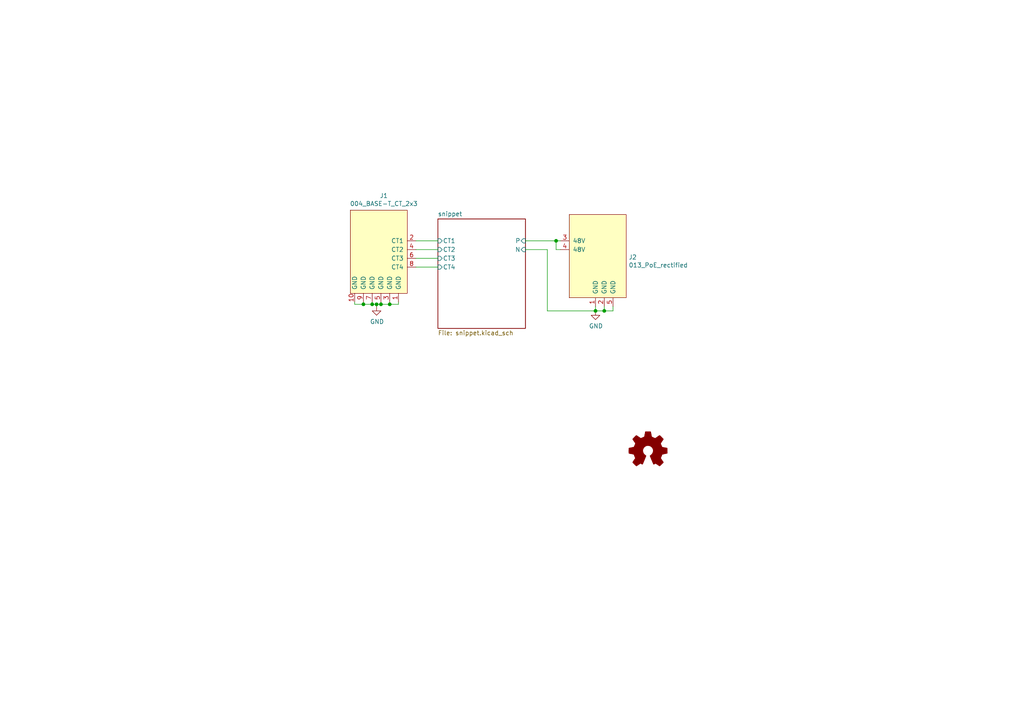
<source format=kicad_sch>
(kicad_sch (version 20211123) (generator eeschema)

  (uuid 9762c9ed-64d8-4f3e-baf6-f6ba6effc919)

  (paper "A4")

  (lib_symbols
    (symbol "Graphic:Logo_Open_Hardware_Small" (pin_names (offset 1.016)) (in_bom yes) (on_board yes)
      (property "Reference" "#LOGO" (id 0) (at 0 6.985 0)
        (effects (font (size 1.27 1.27)) hide)
      )
      (property "Value" "Logo_Open_Hardware_Small" (id 1) (at 0 -5.715 0)
        (effects (font (size 1.27 1.27)) hide)
      )
      (property "Footprint" "" (id 2) (at 0 0 0)
        (effects (font (size 1.27 1.27)) hide)
      )
      (property "Datasheet" "~" (id 3) (at 0 0 0)
        (effects (font (size 1.27 1.27)) hide)
      )
      (property "ki_keywords" "Logo" (id 4) (at 0 0 0)
        (effects (font (size 1.27 1.27)) hide)
      )
      (property "ki_description" "Open Hardware logo, small" (id 5) (at 0 0 0)
        (effects (font (size 1.27 1.27)) hide)
      )
      (symbol "Logo_Open_Hardware_Small_0_1"
        (polyline
          (pts
            (xy 3.3528 -4.3434)
            (xy 3.302 -4.318)
            (xy 3.175 -4.2418)
            (xy 2.9972 -4.1148)
            (xy 2.7686 -3.9624)
            (xy 2.54 -3.81)
            (xy 2.3622 -3.7084)
            (xy 2.2352 -3.6068)
            (xy 2.1844 -3.5814)
            (xy 2.159 -3.6068)
            (xy 2.0574 -3.6576)
            (xy 1.905 -3.7338)
            (xy 1.8034 -3.7846)
            (xy 1.6764 -3.8354)
            (xy 1.6002 -3.8354)
            (xy 1.6002 -3.8354)
            (xy 1.5494 -3.7338)
            (xy 1.4732 -3.5306)
            (xy 1.3462 -3.302)
            (xy 1.2446 -3.0226)
            (xy 1.1176 -2.7178)
            (xy 0.9652 -2.413)
            (xy 0.8636 -2.1082)
            (xy 0.7366 -1.8288)
            (xy 0.6604 -1.6256)
            (xy 0.6096 -1.4732)
            (xy 0.5842 -1.397)
            (xy 0.5842 -1.397)
            (xy 0.6604 -1.3208)
            (xy 0.7874 -1.2446)
            (xy 1.0414 -1.016)
            (xy 1.2954 -0.6858)
            (xy 1.4478 -0.3302)
            (xy 1.524 0.0762)
            (xy 1.4732 0.4572)
            (xy 1.3208 0.8128)
            (xy 1.0668 1.143)
            (xy 0.762 1.3716)
            (xy 0.4064 1.524)
            (xy 0 1.5748)
            (xy -0.381 1.5494)
            (xy -0.7366 1.397)
            (xy -1.0668 1.143)
            (xy -1.2192 0.9906)
            (xy -1.397 0.6604)
            (xy -1.524 0.3048)
            (xy -1.524 0.2286)
            (xy -1.4986 -0.1778)
            (xy -1.397 -0.5334)
            (xy -1.1938 -0.8636)
            (xy -0.9144 -1.143)
            (xy -0.8636 -1.1684)
            (xy -0.7366 -1.27)
            (xy -0.635 -1.3462)
            (xy -0.5842 -1.397)
            (xy -1.0668 -2.5908)
            (xy -1.143 -2.794)
            (xy -1.2954 -3.1242)
            (xy -1.397 -3.4036)
            (xy -1.4986 -3.6322)
            (xy -1.5748 -3.7846)
            (xy -1.6002 -3.8354)
            (xy -1.6002 -3.8354)
            (xy -1.651 -3.8354)
            (xy -1.7272 -3.81)
            (xy -1.905 -3.7338)
            (xy -2.0066 -3.683)
            (xy -2.1336 -3.6068)
            (xy -2.2098 -3.5814)
            (xy -2.2606 -3.6068)
            (xy -2.3622 -3.683)
            (xy -2.54 -3.81)
            (xy -2.7686 -3.9624)
            (xy -2.9718 -4.0894)
            (xy -3.1496 -4.2164)
            (xy -3.302 -4.318)
            (xy -3.3528 -4.3434)
            (xy -3.3782 -4.3434)
            (xy -3.429 -4.318)
            (xy -3.5306 -4.2164)
            (xy -3.7084 -4.064)
            (xy -3.937 -3.8354)
            (xy -3.9624 -3.81)
            (xy -4.1656 -3.6068)
            (xy -4.318 -3.4544)
            (xy -4.4196 -3.3274)
            (xy -4.445 -3.2766)
            (xy -4.445 -3.2766)
            (xy -4.4196 -3.2258)
            (xy -4.318 -3.0734)
            (xy -4.2164 -2.8956)
            (xy -4.064 -2.667)
            (xy -3.6576 -2.0828)
            (xy -3.8862 -1.5494)
            (xy -3.937 -1.3716)
            (xy -4.0386 -1.1684)
            (xy -4.0894 -1.0414)
            (xy -4.1148 -0.9652)
            (xy -4.191 -0.9398)
            (xy -4.318 -0.9144)
            (xy -4.5466 -0.8636)
            (xy -4.8006 -0.8128)
            (xy -5.0546 -0.7874)
            (xy -5.2578 -0.7366)
            (xy -5.4356 -0.7112)
            (xy -5.5118 -0.6858)
            (xy -5.5118 -0.6858)
            (xy -5.5372 -0.635)
            (xy -5.5372 -0.5588)
            (xy -5.5372 -0.4318)
            (xy -5.5626 -0.2286)
            (xy -5.5626 0.0762)
            (xy -5.5626 0.127)
            (xy -5.5372 0.4064)
            (xy -5.5372 0.635)
            (xy -5.5372 0.762)
            (xy -5.5372 0.8382)
            (xy -5.5372 0.8382)
            (xy -5.461 0.8382)
            (xy -5.3086 0.889)
            (xy -5.08 0.9144)
            (xy -4.826 0.9652)
            (xy -4.8006 0.9906)
            (xy -4.5466 1.0414)
            (xy -4.318 1.0668)
            (xy -4.1656 1.1176)
            (xy -4.0894 1.143)
            (xy -4.0894 1.143)
            (xy -4.0386 1.2446)
            (xy -3.9624 1.4224)
            (xy -3.8608 1.6256)
            (xy -3.7846 1.8288)
            (xy -3.7084 2.0066)
            (xy -3.6576 2.159)
            (xy -3.6322 2.2098)
            (xy -3.6322 2.2098)
            (xy -3.683 2.286)
            (xy -3.7592 2.413)
            (xy -3.8862 2.5908)
            (xy -4.064 2.8194)
            (xy -4.064 2.8448)
            (xy -4.2164 3.0734)
            (xy -4.3434 3.2512)
            (xy -4.4196 3.3782)
            (xy -4.445 3.4544)
            (xy -4.445 3.4544)
            (xy -4.3942 3.5052)
            (xy -4.2926 3.6322)
            (xy -4.1148 3.81)
            (xy -3.937 4.0132)
            (xy -3.8608 4.064)
            (xy -3.6576 4.2926)
            (xy -3.5052 4.4196)
            (xy -3.4036 4.4958)
            (xy -3.3528 4.5212)
            (xy -3.3528 4.5212)
            (xy -3.302 4.4704)
            (xy -3.1496 4.3688)
            (xy -2.9718 4.2418)
            (xy -2.7432 4.0894)
            (xy -2.7178 4.0894)
            (xy -2.4892 3.937)
            (xy -2.3114 3.81)
            (xy -2.1844 3.7084)
            (xy -2.1336 3.683)
            (xy -2.1082 3.683)
            (xy -2.032 3.7084)
            (xy -1.8542 3.7592)
            (xy -1.6764 3.8354)
            (xy -1.4732 3.937)
            (xy -1.27 4.0132)
            (xy -1.143 4.064)
            (xy -1.0668 4.1148)
            (xy -1.0668 4.1148)
            (xy -1.0414 4.191)
            (xy -1.016 4.3434)
            (xy -0.9652 4.572)
            (xy -0.9144 4.8514)
            (xy -0.889 4.9022)
            (xy -0.8382 5.1562)
            (xy -0.8128 5.3848)
            (xy -0.7874 5.5372)
            (xy -0.762 5.588)
            (xy -0.7112 5.6134)
            (xy -0.5842 5.6134)
            (xy -0.4064 5.6134)
            (xy -0.1524 5.6134)
            (xy 0.0762 5.6134)
            (xy 0.3302 5.6134)
            (xy 0.5334 5.6134)
            (xy 0.6858 5.588)
            (xy 0.7366 5.588)
            (xy 0.7366 5.588)
            (xy 0.762 5.5118)
            (xy 0.8128 5.334)
            (xy 0.8382 5.1054)
            (xy 0.9144 4.826)
            (xy 0.9144 4.7752)
            (xy 0.9652 4.5212)
            (xy 1.016 4.2926)
            (xy 1.0414 4.1402)
            (xy 1.0668 4.0894)
            (xy 1.0668 4.0894)
            (xy 1.1938 4.0386)
            (xy 1.3716 3.9624)
            (xy 1.5748 3.8608)
            (xy 2.0828 3.6576)
            (xy 2.7178 4.0894)
            (xy 2.7686 4.1402)
            (xy 2.9972 4.2926)
            (xy 3.175 4.4196)
            (xy 3.302 4.4958)
            (xy 3.3782 4.5212)
            (xy 3.3782 4.5212)
            (xy 3.429 4.4704)
            (xy 3.556 4.3434)
            (xy 3.7338 4.191)
            (xy 3.9116 3.9878)
            (xy 4.064 3.8354)
            (xy 4.2418 3.6576)
            (xy 4.3434 3.556)
            (xy 4.4196 3.4798)
            (xy 4.4196 3.429)
            (xy 4.4196 3.4036)
            (xy 4.3942 3.3274)
            (xy 4.2926 3.2004)
            (xy 4.1656 2.9972)
            (xy 4.0132 2.794)
            (xy 3.8862 2.5908)
            (xy 3.7592 2.3876)
            (xy 3.6576 2.2352)
            (xy 3.6322 2.159)
            (xy 3.6322 2.1336)
            (xy 3.683 2.0066)
            (xy 3.7592 1.8288)
            (xy 3.8608 1.6002)
            (xy 4.064 1.1176)
            (xy 4.3942 1.0414)
            (xy 4.5974 1.016)
            (xy 4.8768 0.9652)
            (xy 5.1308 0.9144)
            (xy 5.5372 0.8382)
            (xy 5.5626 -0.6604)
            (xy 5.4864 -0.6858)
            (xy 5.4356 -0.6858)
            (xy 5.2832 -0.7366)
            (xy 5.0546 -0.762)
            (xy 4.8006 -0.8128)
            (xy 4.5974 -0.8636)
            (xy 4.3688 -0.9144)
            (xy 4.2164 -0.9398)
            (xy 4.1402 -0.9398)
            (xy 4.1148 -0.9652)
            (xy 4.064 -1.0668)
            (xy 3.9878 -1.2446)
            (xy 3.9116 -1.4478)
            (xy 3.81 -1.651)
            (xy 3.7338 -1.8542)
            (xy 3.683 -2.0066)
            (xy 3.6576 -2.0828)
            (xy 3.683 -2.1336)
            (xy 3.7846 -2.2606)
            (xy 3.8862 -2.4638)
            (xy 4.0386 -2.667)
            (xy 4.191 -2.8956)
            (xy 4.318 -3.0734)
            (xy 4.3942 -3.2004)
            (xy 4.445 -3.2766)
            (xy 4.4196 -3.3274)
            (xy 4.3434 -3.429)
            (xy 4.1656 -3.5814)
            (xy 3.937 -3.8354)
            (xy 3.8862 -3.8608)
            (xy 3.683 -4.064)
            (xy 3.5306 -4.2164)
            (xy 3.4036 -4.318)
            (xy 3.3528 -4.3434)
          )
          (stroke (width 0) (type default) (color 0 0 0 0))
          (fill (type outline))
        )
      )
    )
    (symbol "power:GND" (power) (pin_names (offset 0)) (in_bom yes) (on_board yes)
      (property "Reference" "#PWR" (id 0) (at 0 -6.35 0)
        (effects (font (size 1.27 1.27)) hide)
      )
      (property "Value" "GND" (id 1) (at 0 -3.81 0)
        (effects (font (size 1.27 1.27)))
      )
      (property "Footprint" "" (id 2) (at 0 0 0)
        (effects (font (size 1.27 1.27)) hide)
      )
      (property "Datasheet" "" (id 3) (at 0 0 0)
        (effects (font (size 1.27 1.27)) hide)
      )
      (property "ki_keywords" "power-flag" (id 4) (at 0 0 0)
        (effects (font (size 1.27 1.27)) hide)
      )
      (property "ki_description" "Power symbol creates a global label with name \"GND\" , ground" (id 5) (at 0 0 0)
        (effects (font (size 1.27 1.27)) hide)
      )
      (symbol "GND_0_1"
        (polyline
          (pts
            (xy 0 0)
            (xy 0 -1.27)
            (xy 1.27 -1.27)
            (xy 0 -2.54)
            (xy -1.27 -1.27)
            (xy 0 -1.27)
          )
          (stroke (width 0) (type default) (color 0 0 0 0))
          (fill (type none))
        )
      )
      (symbol "GND_1_1"
        (pin power_in line (at 0 0 270) (length 0) hide
          (name "GND" (effects (font (size 1.27 1.27))))
          (number "1" (effects (font (size 1.27 1.27))))
        )
      )
    )
    (symbol "put_on_edge:004_BASE-T_CT" (pin_names (offset 1.016)) (in_bom yes) (on_board yes)
      (property "Reference" "J" (id 0) (at -2.54 13.97 0)
        (effects (font (size 1.27 1.27)))
      )
      (property "Value" "004_BASE-T_CT" (id 1) (at 8.89 13.97 0)
        (effects (font (size 1.27 1.27)))
      )
      (property "Footprint" "" (id 2) (at 7.62 16.51 0)
        (effects (font (size 1.27 1.27)) hide)
      )
      (property "Datasheet" "" (id 3) (at 7.62 16.51 0)
        (effects (font (size 1.27 1.27)) hide)
      )
      (symbol "004_BASE-T_CT_0_1"
        (rectangle (start -8.89 12.7) (end 7.62 -11.43)
          (stroke (width 0) (type default) (color 0 0 0 0))
          (fill (type background))
        )
      )
      (symbol "004_BASE-T_CT_1_1"
        (pin power_in line (at -6.35 -13.97 90) (length 2.54)
          (name "GND" (effects (font (size 1.27 1.27))))
          (number "1" (effects (font (size 1.27 1.27))))
        )
        (pin power_in line (at 6.35 -13.97 90) (length 2.54)
          (name "GND" (effects (font (size 1.27 1.27))))
          (number "10" (effects (font (size 1.27 1.27))))
        )
        (pin bidirectional line (at -11.43 3.81 0) (length 2.54)
          (name "CT1" (effects (font (size 1.27 1.27))))
          (number "2" (effects (font (size 1.27 1.27))))
        )
        (pin power_in line (at -3.81 -13.97 90) (length 2.54)
          (name "GND" (effects (font (size 1.27 1.27))))
          (number "3" (effects (font (size 1.27 1.27))))
        )
        (pin bidirectional line (at -11.43 1.27 0) (length 2.54)
          (name "CT2" (effects (font (size 1.27 1.27))))
          (number "4" (effects (font (size 1.27 1.27))))
        )
        (pin power_in line (at -1.27 -13.97 90) (length 2.54)
          (name "GND" (effects (font (size 1.27 1.27))))
          (number "5" (effects (font (size 1.27 1.27))))
        )
        (pin bidirectional line (at -11.43 -1.27 0) (length 2.54)
          (name "CT3" (effects (font (size 1.27 1.27))))
          (number "6" (effects (font (size 1.27 1.27))))
        )
        (pin power_in line (at 1.27 -13.97 90) (length 2.54)
          (name "GND" (effects (font (size 1.27 1.27))))
          (number "7" (effects (font (size 1.27 1.27))))
        )
        (pin bidirectional line (at -11.43 -3.81 0) (length 2.54)
          (name "CT4" (effects (font (size 1.27 1.27))))
          (number "8" (effects (font (size 1.27 1.27))))
        )
        (pin power_in line (at 3.81 -13.97 90) (length 2.54)
          (name "GND" (effects (font (size 1.27 1.27))))
          (number "9" (effects (font (size 1.27 1.27))))
        )
      )
    )
    (symbol "put_on_edge:013_PoE_rectified" (pin_names (offset 1.016)) (in_bom yes) (on_board yes)
      (property "Reference" "J" (id 0) (at -2.54 13.97 0)
        (effects (font (size 1.27 1.27)))
      )
      (property "Value" "013_PoE_rectified" (id 1) (at 8.89 13.97 0)
        (effects (font (size 1.27 1.27)))
      )
      (property "Footprint" "" (id 2) (at 7.62 16.51 0)
        (effects (font (size 1.27 1.27)) hide)
      )
      (property "Datasheet" "" (id 3) (at 7.62 16.51 0)
        (effects (font (size 1.27 1.27)) hide)
      )
      (symbol "013_PoE_rectified_0_1"
        (rectangle (start -8.89 12.7) (end 7.62 -11.43)
          (stroke (width 0) (type default) (color 0 0 0 0))
          (fill (type background))
        )
      )
      (symbol "013_PoE_rectified_1_1"
        (pin power_in line (at -1.27 -13.97 90) (length 2.54)
          (name "GND" (effects (font (size 1.27 1.27))))
          (number "1" (effects (font (size 1.27 1.27))))
        )
        (pin power_in line (at 1.27 -13.97 90) (length 2.54)
          (name "GND" (effects (font (size 1.27 1.27))))
          (number "2" (effects (font (size 1.27 1.27))))
        )
        (pin bidirectional line (at -11.43 5.08 0) (length 2.54)
          (name "48V" (effects (font (size 1.27 1.27))))
          (number "3" (effects (font (size 1.27 1.27))))
        )
        (pin bidirectional line (at -11.43 2.54 0) (length 2.54)
          (name "48V" (effects (font (size 1.27 1.27))))
          (number "4" (effects (font (size 1.27 1.27))))
        )
        (pin power_in line (at 3.81 -13.97 90) (length 2.54)
          (name "GND" (effects (font (size 1.27 1.27))))
          (number "5" (effects (font (size 1.27 1.27))))
        )
      )
    )
  )

  (junction (at 161.29 69.85) (diameter 0) (color 0 0 0 0)
    (uuid 120a7b0f-ddfd-4447-85c1-35665465acdb)
  )
  (junction (at 113.03 88.265) (diameter 0) (color 0 0 0 0)
    (uuid 15875808-74d5-4210-b8ca-aa8fbc04ae21)
  )
  (junction (at 105.41 88.265) (diameter 0) (color 0 0 0 0)
    (uuid 3dcc657b-55a1-48e0-9667-e01e7b6b08b5)
  )
  (junction (at 172.72 90.17) (diameter 0) (color 0 0 0 0)
    (uuid 5b2b5c7d-f943-4634-9f0a-e9561705c49d)
  )
  (junction (at 175.26 90.17) (diameter 0) (color 0 0 0 0)
    (uuid a05d7640-f2f6-4ba7-8c51-5a4af431fc13)
  )
  (junction (at 110.49 88.265) (diameter 0) (color 0 0 0 0)
    (uuid b1169a2d-8998-4b50-a48d-c520bcc1b8e1)
  )
  (junction (at 107.95 88.265) (diameter 0) (color 0 0 0 0)
    (uuid b6270a28-e0d9-4655-a18a-03dbf007b940)
  )
  (junction (at 109.22 88.265) (diameter 0) (color 0 0 0 0)
    (uuid f976e2cc-36f9-4479-a816-2c74d1d5da6f)
  )

  (wire (pts (xy 107.95 88.265) (xy 105.41 88.265))
    (stroke (width 0) (type default) (color 0 0 0 0))
    (uuid 0a3cc030-c9dd-4d74-9d50-715ed2b361a2)
  )
  (wire (pts (xy 115.57 88.265) (xy 113.03 88.265))
    (stroke (width 0) (type default) (color 0 0 0 0))
    (uuid 0d0bb7b2-a6e5-46d2-9492-a1aa6e5a7b2f)
  )
  (wire (pts (xy 107.95 88.265) (xy 109.22 88.265))
    (stroke (width 0) (type default) (color 0 0 0 0))
    (uuid 0dcdf1b8-13c6-48b4-bd94-5d26038ff231)
  )
  (wire (pts (xy 120.65 69.85) (xy 127 69.85))
    (stroke (width 0) (type default) (color 0 0 0 0))
    (uuid 128e34ce-eee7-477d-b905-a493e98db783)
  )
  (wire (pts (xy 152.4 69.85) (xy 161.29 69.85))
    (stroke (width 0) (type default) (color 0 0 0 0))
    (uuid 13475e15-f37c-4de8-857e-1722b0c39513)
  )
  (wire (pts (xy 102.87 88.265) (xy 102.87 87.63))
    (stroke (width 0) (type default) (color 0 0 0 0))
    (uuid 1860e030-7a36-4298-b7fc-a16d48ab15ba)
  )
  (wire (pts (xy 107.95 87.63) (xy 107.95 88.265))
    (stroke (width 0) (type default) (color 0 0 0 0))
    (uuid 1a2f72d1-0b36-4610-afc4-4ad1660d5d3b)
  )
  (wire (pts (xy 162.56 72.39) (xy 161.29 72.39))
    (stroke (width 0) (type default) (color 0 0 0 0))
    (uuid 2732632c-4768-42b6-bf7f-14643424019e)
  )
  (wire (pts (xy 120.65 74.93) (xy 127 74.93))
    (stroke (width 0) (type default) (color 0 0 0 0))
    (uuid 3172f2e2-18d2-4a80-ae30-5707b3409798)
  )
  (wire (pts (xy 177.8 90.17) (xy 175.26 90.17))
    (stroke (width 0) (type default) (color 0 0 0 0))
    (uuid 32667662-ae86-4904-b198-3e95f11851bf)
  )
  (wire (pts (xy 158.75 72.39) (xy 158.75 90.17))
    (stroke (width 0) (type default) (color 0 0 0 0))
    (uuid 48f827a8-6e22-4a2e-abdc-c2a03098d883)
  )
  (wire (pts (xy 109.22 88.265) (xy 109.22 88.9))
    (stroke (width 0) (type default) (color 0 0 0 0))
    (uuid 58dc14f9-c158-4824-a84e-24a6a482a7a4)
  )
  (wire (pts (xy 177.8 88.9) (xy 177.8 90.17))
    (stroke (width 0) (type default) (color 0 0 0 0))
    (uuid 67f6e996-3c99-493c-8f6f-e739e2ed5d7a)
  )
  (wire (pts (xy 120.65 77.47) (xy 127 77.47))
    (stroke (width 0) (type default) (color 0 0 0 0))
    (uuid 712d6a7d-2b62-464f-b745-fd2a6b0187f6)
  )
  (wire (pts (xy 113.03 87.63) (xy 113.03 88.265))
    (stroke (width 0) (type default) (color 0 0 0 0))
    (uuid 81bbc3ff-3938-49ac-8297-ce2bcc9a42bd)
  )
  (wire (pts (xy 105.41 88.265) (xy 105.41 87.63))
    (stroke (width 0) (type default) (color 0 0 0 0))
    (uuid 8322f275-268c-4e87-a69f-4cfbf05e747f)
  )
  (wire (pts (xy 161.29 72.39) (xy 161.29 69.85))
    (stroke (width 0) (type default) (color 0 0 0 0))
    (uuid 854dd5d4-5fd2-4730-bd49-a9cd8299a065)
  )
  (wire (pts (xy 161.29 69.85) (xy 162.56 69.85))
    (stroke (width 0) (type default) (color 0 0 0 0))
    (uuid 8d55e186-3e11-40e8-a65e-b36a8a00069e)
  )
  (wire (pts (xy 175.26 88.9) (xy 175.26 90.17))
    (stroke (width 0) (type default) (color 0 0 0 0))
    (uuid 9c8ccb2a-b1e9-4f2c-94fe-301b5975277e)
  )
  (wire (pts (xy 175.26 90.17) (xy 172.72 90.17))
    (stroke (width 0) (type default) (color 0 0 0 0))
    (uuid a03e565f-d8cd-4032-aae3-b7327d4143dd)
  )
  (wire (pts (xy 109.22 88.265) (xy 110.49 88.265))
    (stroke (width 0) (type default) (color 0 0 0 0))
    (uuid b635b16e-60bb-4b3e-9fc3-47d34eef8381)
  )
  (wire (pts (xy 152.4 72.39) (xy 158.75 72.39))
    (stroke (width 0) (type default) (color 0 0 0 0))
    (uuid c70d9ef3-bfeb-47e0-a1e1-9aeba3da7864)
  )
  (wire (pts (xy 120.65 72.39) (xy 127 72.39))
    (stroke (width 0) (type default) (color 0 0 0 0))
    (uuid c801d42e-dd94-493e-bd2f-6c3ddad43f55)
  )
  (wire (pts (xy 172.72 90.17) (xy 172.72 88.9))
    (stroke (width 0) (type default) (color 0 0 0 0))
    (uuid cef6f603-8a0b-4dd0-af99-ebfbef7d1b4b)
  )
  (wire (pts (xy 115.57 87.63) (xy 115.57 88.265))
    (stroke (width 0) (type default) (color 0 0 0 0))
    (uuid d22e95aa-f3db-4fbc-a331-048a2523233e)
  )
  (wire (pts (xy 113.03 88.265) (xy 110.49 88.265))
    (stroke (width 0) (type default) (color 0 0 0 0))
    (uuid dd00c2e1-6027-4717-b312-4fab3ee52002)
  )
  (wire (pts (xy 110.49 88.265) (xy 110.49 87.63))
    (stroke (width 0) (type default) (color 0 0 0 0))
    (uuid dde3dba8-1b81-466c-93a3-c284ff4da1ef)
  )
  (wire (pts (xy 158.75 90.17) (xy 172.72 90.17))
    (stroke (width 0) (type default) (color 0 0 0 0))
    (uuid e877bf4a-4210-4bd3-b7b0-806eb4affc5b)
  )
  (wire (pts (xy 105.41 88.265) (xy 102.87 88.265))
    (stroke (width 0) (type default) (color 0 0 0 0))
    (uuid f3490fa5-5a27-423b-af60-53609669542c)
  )

  (symbol (lib_id "put_on_edge:004_BASE-T_CT") (at 109.22 73.66 0) (mirror y) (unit 1)
    (in_bom yes) (on_board yes)
    (uuid 00000000-0000-0000-0000-000060324a07)
    (property "Reference" "J1" (id 0) (at 111.3282 56.769 0))
    (property "Value" "004_BASE-T_CT_2x3" (id 1) (at 111.3282 59.0804 0))
    (property "Footprint" "on_edge:on_edge_2x05_device" (id 2) (at 101.6 57.15 0)
      (effects (font (size 1.27 1.27)) hide)
    )
    (property "Datasheet" "" (id 3) (at 101.6 57.15 0)
      (effects (font (size 1.27 1.27)) hide)
    )
    (pin "1" (uuid 8174ff25-f2f4-4079-ac82-9d147c6420b9))
    (pin "10" (uuid e3b225b6-9dd7-4224-bfd0-ec113e04e53e))
    (pin "2" (uuid 6d7c2e86-d608-4fc0-bcf7-35c71063fe44))
    (pin "3" (uuid 196b4d12-8e07-4703-8fe8-4da98394f0b6))
    (pin "4" (uuid d076536f-da37-4d8c-8f35-e9649c792465))
    (pin "5" (uuid c034b99a-2648-448e-baa6-0eff97e95a31))
    (pin "6" (uuid f778b720-4dba-4694-97cb-af3248f3da0b))
    (pin "7" (uuid 679644e3-5194-49c9-bc2f-670fb057cc6d))
    (pin "8" (uuid 00285115-56ef-45e8-8528-f99553a17b5e))
    (pin "9" (uuid 942bb509-0865-4ee6-a623-811abdc04cfe))
  )

  (symbol (lib_id "power:GND") (at 109.22 88.9 0) (unit 1)
    (in_bom yes) (on_board yes)
    (uuid 00000000-0000-0000-0000-000060325c26)
    (property "Reference" "#PWR0101" (id 0) (at 109.22 95.25 0)
      (effects (font (size 1.27 1.27)) hide)
    )
    (property "Value" "GND" (id 1) (at 109.347 93.2942 0))
    (property "Footprint" "" (id 2) (at 109.22 88.9 0)
      (effects (font (size 1.27 1.27)) hide)
    )
    (property "Datasheet" "" (id 3) (at 109.22 88.9 0)
      (effects (font (size 1.27 1.27)) hide)
    )
    (pin "1" (uuid 953d45d5-e11a-4df6-a8ea-bd278753d364))
  )

  (symbol (lib_id "power:GND") (at 172.72 90.17 0) (unit 1)
    (in_bom yes) (on_board yes)
    (uuid 00000000-0000-0000-0000-0000603281ef)
    (property "Reference" "#PWR0102" (id 0) (at 172.72 96.52 0)
      (effects (font (size 1.27 1.27)) hide)
    )
    (property "Value" "GND" (id 1) (at 172.847 94.5642 0))
    (property "Footprint" "" (id 2) (at 172.72 90.17 0)
      (effects (font (size 1.27 1.27)) hide)
    )
    (property "Datasheet" "" (id 3) (at 172.72 90.17 0)
      (effects (font (size 1.27 1.27)) hide)
    )
    (pin "1" (uuid 14855801-8f44-4f5e-ab81-ed42d847ed77))
  )

  (symbol (lib_id "Graphic:Logo_Open_Hardware_Small") (at 187.96 130.81 0) (unit 1)
    (in_bom yes) (on_board yes)
    (uuid 00000000-0000-0000-0000-000061a93249)
    (property "Reference" "LOGO1" (id 0) (at 187.96 123.825 0)
      (effects (font (size 1.27 1.27)) hide)
    )
    (property "Value" "Logo_Open_Hardware_Small" (id 1) (at 187.96 136.525 0)
      (effects (font (size 1.27 1.27)) hide)
    )
    (property "Footprint" "Symbol:OSHW-Logo2_9.8x8mm_SilkScreen" (id 2) (at 187.96 130.81 0)
      (effects (font (size 1.27 1.27)) hide)
    )
    (property "Datasheet" "~" (id 3) (at 187.96 130.81 0)
      (effects (font (size 1.27 1.27)) hide)
    )
  )

  (symbol (lib_id "put_on_edge:013_PoE_rectified") (at 173.99 74.93 0) (unit 1)
    (in_bom yes) (on_board yes)
    (uuid 00000000-0000-0000-0000-000061a93b5b)
    (property "Reference" "J2" (id 0) (at 182.3212 74.5998 0)
      (effects (font (size 1.27 1.27)) (justify left))
    )
    (property "Value" "013_PoE_rectified" (id 1) (at 182.3212 76.9112 0)
      (effects (font (size 1.27 1.27)) (justify left))
    )
    (property "Footprint" "on_edge:on_edge_2x05_host" (id 2) (at 181.61 58.42 0)
      (effects (font (size 1.27 1.27)) hide)
    )
    (property "Datasheet" "" (id 3) (at 181.61 58.42 0)
      (effects (font (size 1.27 1.27)) hide)
    )
    (pin "1" (uuid baa88fca-098c-4fc0-9b12-9583d4b93589))
    (pin "2" (uuid e91f253b-96a6-44ee-96e3-20b404cccf96))
    (pin "3" (uuid 946097a6-5de6-41e1-a2a9-3fde8f1e91e9))
    (pin "4" (uuid d7070859-dedb-4e15-8c3c-a55445f4810e))
    (pin "5" (uuid ce74344b-32a5-45f1-b0fc-6903c09e3eed))
  )

  (sheet (at 127 63.5) (size 25.4 31.75) (fields_autoplaced)
    (stroke (width 0) (type solid) (color 0 0 0 0))
    (fill (color 0 0 0 0.0000))
    (uuid 00000000-0000-0000-0000-00006031befe)
    (property "Sheet name" "snippet" (id 0) (at 127 62.7884 0)
      (effects (font (size 1.27 1.27)) (justify left bottom))
    )
    (property "Sheet file" "snippet.kicad_sch" (id 1) (at 127 95.8346 0)
      (effects (font (size 1.27 1.27)) (justify left top))
    )
    (pin "CT1" input (at 127 69.85 180)
      (effects (font (size 1.27 1.27)) (justify left))
      (uuid 75286985-9fa5-4d30-89c5-493b6e63cd66)
    )
    (pin "CT2" input (at 127 72.39 180)
      (effects (font (size 1.27 1.27)) (justify left))
      (uuid 0867287d-2e6a-4d69-a366-c29f88198f2b)
    )
    (pin "CT3" input (at 127 74.93 180)
      (effects (font (size 1.27 1.27)) (justify left))
      (uuid afd3dbad-e7a8-4e4c-b77c-4065a69aefa2)
    )
    (pin "CT4" input (at 127 77.47 180)
      (effects (font (size 1.27 1.27)) (justify left))
      (uuid 1b54105e-6590-4d26-a763-ecfcf81eedc4)
    )
    (pin "P" input (at 152.4 69.85 0)
      (effects (font (size 1.27 1.27)) (justify right))
      (uuid 0f41a909-27c4-4be2-9d5e-9ae2108c8ff5)
    )
    (pin "N" input (at 152.4 72.39 0)
      (effects (font (size 1.27 1.27)) (justify right))
      (uuid 632acde9-b7fd-4f04-8cb4-d2cbb06b3595)
    )
  )

  (sheet_instances
    (path "/" (page "1"))
    (path "/00000000-0000-0000-0000-00006031befe" (page "2"))
  )

  (symbol_instances
    (path "/00000000-0000-0000-0000-000060325c26"
      (reference "#PWR0101") (unit 1) (value "GND") (footprint "")
    )
    (path "/00000000-0000-0000-0000-0000603281ef"
      (reference "#PWR0102") (unit 1) (value "GND") (footprint "")
    )
    (path "/00000000-0000-0000-0000-000060324a07"
      (reference "J1") (unit 1) (value "004_BASE-T_CT_2x3") (footprint "on_edge:on_edge_2x05_device")
    )
    (path "/00000000-0000-0000-0000-000061a93b5b"
      (reference "J2") (unit 1) (value "013_PoE_rectified") (footprint "on_edge:on_edge_2x05_host")
    )
    (path "/00000000-0000-0000-0000-000061a93249"
      (reference "LOGO1") (unit 1) (value "Logo_Open_Hardware_Small") (footprint "Symbol:OSHW-Logo2_9.8x8mm_SilkScreen")
    )
    (path "/00000000-0000-0000-0000-00006031befe/00000000-0000-0000-0000-00006032311f"
      (reference "Q1") (unit 1) (value "TPN3300ANH,LQ") (footprint "Package_TO_SOT_SMD:LFPAK33")
    )
    (path "/00000000-0000-0000-0000-00006031befe/00000000-0000-0000-0000-000060323111"
      (reference "Q2") (unit 1) (value "TPN3300ANH,LQ") (footprint "Package_TO_SOT_SMD:LFPAK33")
    )
    (path "/00000000-0000-0000-0000-00006031befe/00000000-0000-0000-0000-000060323103"
      (reference "Q3") (unit 1) (value "TPN3300ANH,LQ") (footprint "Package_TO_SOT_SMD:LFPAK33")
    )
    (path "/00000000-0000-0000-0000-00006031befe/00000000-0000-0000-0000-0000603230f5"
      (reference "Q4") (unit 1) (value "TPN3300ANH,LQ") (footprint "Package_TO_SOT_SMD:LFPAK33")
    )
    (path "/00000000-0000-0000-0000-00006031befe/00000000-0000-0000-0000-000060323118"
      (reference "Q5") (unit 1) (value "TPN3300ANH,LQ") (footprint "Package_TO_SOT_SMD:LFPAK33")
    )
    (path "/00000000-0000-0000-0000-00006031befe/00000000-0000-0000-0000-00006032310a"
      (reference "Q6") (unit 1) (value "TPN3300ANH,LQ") (footprint "Package_TO_SOT_SMD:LFPAK33")
    )
    (path "/00000000-0000-0000-0000-00006031befe/00000000-0000-0000-0000-0000603230fc"
      (reference "Q7") (unit 1) (value "TPN3300ANH,LQ") (footprint "Package_TO_SOT_SMD:LFPAK33")
    )
    (path "/00000000-0000-0000-0000-00006031befe/00000000-0000-0000-0000-0000603230ee"
      (reference "Q8") (unit 1) (value "TPN3300ANH,LQ") (footprint "Package_TO_SOT_SMD:LFPAK33")
    )
    (path "/00000000-0000-0000-0000-00006031befe/00000000-0000-0000-0000-000060323155"
      (reference "U1") (unit 1) (value "LT4321") (footprint "Package_DFN_QFN:WQFN-16-1EP_4x4mm_P0.5mm_EP2.6x2.6mm")
    )
  )
)

</source>
